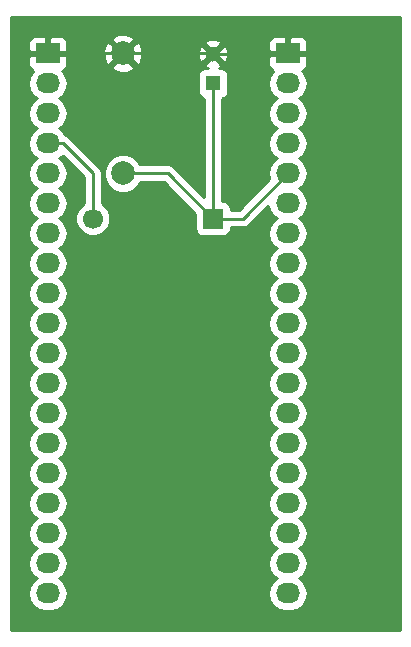
<source format=gbr>
G04 #@! TF.FileFunction,Copper,L1,Top,Signal*
%FSLAX46Y46*%
G04 Gerber Fmt 4.6, Leading zero omitted, Abs format (unit mm)*
G04 Created by KiCad (PCBNEW 4.0.3+e1-6302~38~ubuntu16.04.1-stable) date Thu Aug 11 13:54:06 2016*
%MOMM*%
%LPD*%
G01*
G04 APERTURE LIST*
%ADD10C,0.100000*%
%ADD11R,1.300000X1.300000*%
%ADD12C,1.300000*%
%ADD13C,1.699260*%
%ADD14R,1.699260X1.699260*%
%ADD15R,2.032000X1.727200*%
%ADD16O,2.032000X1.727200*%
%ADD17C,1.998980*%
%ADD18C,0.250000*%
%ADD19C,0.254000*%
G04 APERTURE END LIST*
D10*
D11*
X144780000Y-107950000D03*
D12*
X144780000Y-105450000D03*
D13*
X134619480Y-119382540D03*
D14*
X144779480Y-119382540D03*
D15*
X130810000Y-105410000D03*
D16*
X130810000Y-107950000D03*
X130810000Y-110490000D03*
X130810000Y-113030000D03*
X130810000Y-115570000D03*
X130810000Y-118110000D03*
X130810000Y-120650000D03*
X130810000Y-123190000D03*
X130810000Y-125730000D03*
X130810000Y-128270000D03*
X130810000Y-130810000D03*
X130810000Y-133350000D03*
X130810000Y-135890000D03*
X130810000Y-138430000D03*
X130810000Y-140970000D03*
X130810000Y-143510000D03*
X130810000Y-146050000D03*
X130810000Y-148590000D03*
X130810000Y-151130000D03*
D15*
X151130000Y-105410000D03*
D16*
X151130000Y-107950000D03*
X151130000Y-110490000D03*
X151130000Y-113030000D03*
X151130000Y-115570000D03*
X151130000Y-118110000D03*
X151130000Y-120650000D03*
X151130000Y-123190000D03*
X151130000Y-125730000D03*
X151130000Y-128270000D03*
X151130000Y-130810000D03*
X151130000Y-133350000D03*
X151130000Y-135890000D03*
X151130000Y-138430000D03*
X151130000Y-140970000D03*
X151130000Y-143510000D03*
X151130000Y-146050000D03*
X151130000Y-148590000D03*
X151130000Y-151130000D03*
D17*
X137160000Y-115570000D03*
X137160000Y-105410000D03*
D18*
X144779480Y-119382540D02*
X147317460Y-119382540D01*
X147317460Y-119382540D02*
X151130000Y-115570000D01*
X144779480Y-119382540D02*
X144779480Y-107950520D01*
X144779480Y-107950520D02*
X144780000Y-107950000D01*
X137160000Y-115570000D02*
X140966940Y-115570000D01*
X140966940Y-115570000D02*
X144779480Y-119382540D01*
X130810000Y-113030000D02*
X132080000Y-113030000D01*
X132080000Y-113030000D02*
X134619480Y-115569480D01*
X134619480Y-115569480D02*
X134619480Y-119382540D01*
X144780000Y-105450000D02*
X151090000Y-105450000D01*
X151090000Y-105450000D02*
X151130000Y-105410000D01*
X137160000Y-105410000D02*
X144740000Y-105410000D01*
X144740000Y-105410000D02*
X144780000Y-105450000D01*
X137160000Y-105410000D02*
X137200000Y-105450000D01*
X151090000Y-105450000D02*
X151130000Y-105410000D01*
X130810000Y-105410000D02*
X137160000Y-105410000D01*
D19*
G36*
X160580000Y-154230000D02*
X127710000Y-154230000D01*
X127710000Y-107950000D01*
X129126655Y-107950000D01*
X129240729Y-108523489D01*
X129565585Y-109009670D01*
X129880366Y-109220000D01*
X129565585Y-109430330D01*
X129240729Y-109916511D01*
X129126655Y-110490000D01*
X129240729Y-111063489D01*
X129565585Y-111549670D01*
X129880366Y-111760000D01*
X129565585Y-111970330D01*
X129240729Y-112456511D01*
X129126655Y-113030000D01*
X129240729Y-113603489D01*
X129565585Y-114089670D01*
X129880366Y-114300000D01*
X129565585Y-114510330D01*
X129240729Y-114996511D01*
X129126655Y-115570000D01*
X129240729Y-116143489D01*
X129565585Y-116629670D01*
X129880366Y-116840000D01*
X129565585Y-117050330D01*
X129240729Y-117536511D01*
X129126655Y-118110000D01*
X129240729Y-118683489D01*
X129565585Y-119169670D01*
X129880366Y-119380000D01*
X129565585Y-119590330D01*
X129240729Y-120076511D01*
X129126655Y-120650000D01*
X129240729Y-121223489D01*
X129565585Y-121709670D01*
X129880366Y-121920000D01*
X129565585Y-122130330D01*
X129240729Y-122616511D01*
X129126655Y-123190000D01*
X129240729Y-123763489D01*
X129565585Y-124249670D01*
X129880366Y-124460000D01*
X129565585Y-124670330D01*
X129240729Y-125156511D01*
X129126655Y-125730000D01*
X129240729Y-126303489D01*
X129565585Y-126789670D01*
X129880366Y-127000000D01*
X129565585Y-127210330D01*
X129240729Y-127696511D01*
X129126655Y-128270000D01*
X129240729Y-128843489D01*
X129565585Y-129329670D01*
X129880366Y-129540000D01*
X129565585Y-129750330D01*
X129240729Y-130236511D01*
X129126655Y-130810000D01*
X129240729Y-131383489D01*
X129565585Y-131869670D01*
X129880366Y-132080000D01*
X129565585Y-132290330D01*
X129240729Y-132776511D01*
X129126655Y-133350000D01*
X129240729Y-133923489D01*
X129565585Y-134409670D01*
X129880366Y-134620000D01*
X129565585Y-134830330D01*
X129240729Y-135316511D01*
X129126655Y-135890000D01*
X129240729Y-136463489D01*
X129565585Y-136949670D01*
X129880366Y-137160000D01*
X129565585Y-137370330D01*
X129240729Y-137856511D01*
X129126655Y-138430000D01*
X129240729Y-139003489D01*
X129565585Y-139489670D01*
X129880366Y-139700000D01*
X129565585Y-139910330D01*
X129240729Y-140396511D01*
X129126655Y-140970000D01*
X129240729Y-141543489D01*
X129565585Y-142029670D01*
X129880366Y-142240000D01*
X129565585Y-142450330D01*
X129240729Y-142936511D01*
X129126655Y-143510000D01*
X129240729Y-144083489D01*
X129565585Y-144569670D01*
X129880366Y-144780000D01*
X129565585Y-144990330D01*
X129240729Y-145476511D01*
X129126655Y-146050000D01*
X129240729Y-146623489D01*
X129565585Y-147109670D01*
X129880366Y-147320000D01*
X129565585Y-147530330D01*
X129240729Y-148016511D01*
X129126655Y-148590000D01*
X129240729Y-149163489D01*
X129565585Y-149649670D01*
X129880366Y-149860000D01*
X129565585Y-150070330D01*
X129240729Y-150556511D01*
X129126655Y-151130000D01*
X129240729Y-151703489D01*
X129565585Y-152189670D01*
X130051766Y-152514526D01*
X130625255Y-152628600D01*
X130994745Y-152628600D01*
X131568234Y-152514526D01*
X132054415Y-152189670D01*
X132379271Y-151703489D01*
X132493345Y-151130000D01*
X132379271Y-150556511D01*
X132054415Y-150070330D01*
X131739634Y-149860000D01*
X132054415Y-149649670D01*
X132379271Y-149163489D01*
X132493345Y-148590000D01*
X132379271Y-148016511D01*
X132054415Y-147530330D01*
X131739634Y-147320000D01*
X132054415Y-147109670D01*
X132379271Y-146623489D01*
X132493345Y-146050000D01*
X132379271Y-145476511D01*
X132054415Y-144990330D01*
X131739634Y-144780000D01*
X132054415Y-144569670D01*
X132379271Y-144083489D01*
X132493345Y-143510000D01*
X132379271Y-142936511D01*
X132054415Y-142450330D01*
X131739634Y-142240000D01*
X132054415Y-142029670D01*
X132379271Y-141543489D01*
X132493345Y-140970000D01*
X132379271Y-140396511D01*
X132054415Y-139910330D01*
X131739634Y-139700000D01*
X132054415Y-139489670D01*
X132379271Y-139003489D01*
X132493345Y-138430000D01*
X132379271Y-137856511D01*
X132054415Y-137370330D01*
X131739634Y-137160000D01*
X132054415Y-136949670D01*
X132379271Y-136463489D01*
X132493345Y-135890000D01*
X132379271Y-135316511D01*
X132054415Y-134830330D01*
X131739634Y-134620000D01*
X132054415Y-134409670D01*
X132379271Y-133923489D01*
X132493345Y-133350000D01*
X132379271Y-132776511D01*
X132054415Y-132290330D01*
X131739634Y-132080000D01*
X132054415Y-131869670D01*
X132379271Y-131383489D01*
X132493345Y-130810000D01*
X132379271Y-130236511D01*
X132054415Y-129750330D01*
X131739634Y-129540000D01*
X132054415Y-129329670D01*
X132379271Y-128843489D01*
X132493345Y-128270000D01*
X132379271Y-127696511D01*
X132054415Y-127210330D01*
X131739634Y-127000000D01*
X132054415Y-126789670D01*
X132379271Y-126303489D01*
X132493345Y-125730000D01*
X132379271Y-125156511D01*
X132054415Y-124670330D01*
X131739634Y-124460000D01*
X132054415Y-124249670D01*
X132379271Y-123763489D01*
X132493345Y-123190000D01*
X132379271Y-122616511D01*
X132054415Y-122130330D01*
X131739634Y-121920000D01*
X132054415Y-121709670D01*
X132379271Y-121223489D01*
X132493345Y-120650000D01*
X132379271Y-120076511D01*
X132054415Y-119590330D01*
X131739634Y-119380000D01*
X132054415Y-119169670D01*
X132379271Y-118683489D01*
X132493345Y-118110000D01*
X132379271Y-117536511D01*
X132054415Y-117050330D01*
X131739634Y-116840000D01*
X132054415Y-116629670D01*
X132379271Y-116143489D01*
X132493345Y-115570000D01*
X132379271Y-114996511D01*
X132054415Y-114510330D01*
X131739634Y-114300000D01*
X132054415Y-114089670D01*
X132058602Y-114083404D01*
X133859480Y-115884282D01*
X133859480Y-118090193D01*
X133779603Y-118123198D01*
X133361606Y-118540466D01*
X133135108Y-119085933D01*
X133134592Y-119676556D01*
X133360138Y-120222417D01*
X133777406Y-120640414D01*
X134322873Y-120866912D01*
X134913496Y-120867428D01*
X135459357Y-120641882D01*
X135877354Y-120224614D01*
X136103852Y-119679147D01*
X136104368Y-119088524D01*
X135878822Y-118542663D01*
X135461554Y-118124666D01*
X135379480Y-118090586D01*
X135379480Y-115893694D01*
X135525226Y-115893694D01*
X135773538Y-116494655D01*
X136232927Y-116954846D01*
X136833453Y-117204206D01*
X137483694Y-117204774D01*
X138084655Y-116956462D01*
X138544846Y-116497073D01*
X138614221Y-116330000D01*
X140652138Y-116330000D01*
X143282410Y-118960272D01*
X143282410Y-120232170D01*
X143326688Y-120467487D01*
X143465760Y-120683611D01*
X143677960Y-120828601D01*
X143929850Y-120879610D01*
X145629110Y-120879610D01*
X145864427Y-120835332D01*
X146080551Y-120696260D01*
X146225541Y-120484060D01*
X146276550Y-120232170D01*
X146276550Y-120142540D01*
X147317460Y-120142540D01*
X147608299Y-120084688D01*
X147854861Y-119919941D01*
X149482848Y-118291954D01*
X149560729Y-118683489D01*
X149885585Y-119169670D01*
X150200366Y-119380000D01*
X149885585Y-119590330D01*
X149560729Y-120076511D01*
X149446655Y-120650000D01*
X149560729Y-121223489D01*
X149885585Y-121709670D01*
X150200366Y-121920000D01*
X149885585Y-122130330D01*
X149560729Y-122616511D01*
X149446655Y-123190000D01*
X149560729Y-123763489D01*
X149885585Y-124249670D01*
X150200366Y-124460000D01*
X149885585Y-124670330D01*
X149560729Y-125156511D01*
X149446655Y-125730000D01*
X149560729Y-126303489D01*
X149885585Y-126789670D01*
X150200366Y-127000000D01*
X149885585Y-127210330D01*
X149560729Y-127696511D01*
X149446655Y-128270000D01*
X149560729Y-128843489D01*
X149885585Y-129329670D01*
X150200366Y-129540000D01*
X149885585Y-129750330D01*
X149560729Y-130236511D01*
X149446655Y-130810000D01*
X149560729Y-131383489D01*
X149885585Y-131869670D01*
X150200366Y-132080000D01*
X149885585Y-132290330D01*
X149560729Y-132776511D01*
X149446655Y-133350000D01*
X149560729Y-133923489D01*
X149885585Y-134409670D01*
X150200366Y-134620000D01*
X149885585Y-134830330D01*
X149560729Y-135316511D01*
X149446655Y-135890000D01*
X149560729Y-136463489D01*
X149885585Y-136949670D01*
X150200366Y-137160000D01*
X149885585Y-137370330D01*
X149560729Y-137856511D01*
X149446655Y-138430000D01*
X149560729Y-139003489D01*
X149885585Y-139489670D01*
X150200366Y-139700000D01*
X149885585Y-139910330D01*
X149560729Y-140396511D01*
X149446655Y-140970000D01*
X149560729Y-141543489D01*
X149885585Y-142029670D01*
X150200366Y-142240000D01*
X149885585Y-142450330D01*
X149560729Y-142936511D01*
X149446655Y-143510000D01*
X149560729Y-144083489D01*
X149885585Y-144569670D01*
X150200366Y-144780000D01*
X149885585Y-144990330D01*
X149560729Y-145476511D01*
X149446655Y-146050000D01*
X149560729Y-146623489D01*
X149885585Y-147109670D01*
X150200366Y-147320000D01*
X149885585Y-147530330D01*
X149560729Y-148016511D01*
X149446655Y-148590000D01*
X149560729Y-149163489D01*
X149885585Y-149649670D01*
X150200366Y-149860000D01*
X149885585Y-150070330D01*
X149560729Y-150556511D01*
X149446655Y-151130000D01*
X149560729Y-151703489D01*
X149885585Y-152189670D01*
X150371766Y-152514526D01*
X150945255Y-152628600D01*
X151314745Y-152628600D01*
X151888234Y-152514526D01*
X152374415Y-152189670D01*
X152699271Y-151703489D01*
X152813345Y-151130000D01*
X152699271Y-150556511D01*
X152374415Y-150070330D01*
X152059634Y-149860000D01*
X152374415Y-149649670D01*
X152699271Y-149163489D01*
X152813345Y-148590000D01*
X152699271Y-148016511D01*
X152374415Y-147530330D01*
X152059634Y-147320000D01*
X152374415Y-147109670D01*
X152699271Y-146623489D01*
X152813345Y-146050000D01*
X152699271Y-145476511D01*
X152374415Y-144990330D01*
X152059634Y-144780000D01*
X152374415Y-144569670D01*
X152699271Y-144083489D01*
X152813345Y-143510000D01*
X152699271Y-142936511D01*
X152374415Y-142450330D01*
X152059634Y-142240000D01*
X152374415Y-142029670D01*
X152699271Y-141543489D01*
X152813345Y-140970000D01*
X152699271Y-140396511D01*
X152374415Y-139910330D01*
X152059634Y-139700000D01*
X152374415Y-139489670D01*
X152699271Y-139003489D01*
X152813345Y-138430000D01*
X152699271Y-137856511D01*
X152374415Y-137370330D01*
X152059634Y-137160000D01*
X152374415Y-136949670D01*
X152699271Y-136463489D01*
X152813345Y-135890000D01*
X152699271Y-135316511D01*
X152374415Y-134830330D01*
X152059634Y-134620000D01*
X152374415Y-134409670D01*
X152699271Y-133923489D01*
X152813345Y-133350000D01*
X152699271Y-132776511D01*
X152374415Y-132290330D01*
X152059634Y-132080000D01*
X152374415Y-131869670D01*
X152699271Y-131383489D01*
X152813345Y-130810000D01*
X152699271Y-130236511D01*
X152374415Y-129750330D01*
X152059634Y-129540000D01*
X152374415Y-129329670D01*
X152699271Y-128843489D01*
X152813345Y-128270000D01*
X152699271Y-127696511D01*
X152374415Y-127210330D01*
X152059634Y-127000000D01*
X152374415Y-126789670D01*
X152699271Y-126303489D01*
X152813345Y-125730000D01*
X152699271Y-125156511D01*
X152374415Y-124670330D01*
X152059634Y-124460000D01*
X152374415Y-124249670D01*
X152699271Y-123763489D01*
X152813345Y-123190000D01*
X152699271Y-122616511D01*
X152374415Y-122130330D01*
X152059634Y-121920000D01*
X152374415Y-121709670D01*
X152699271Y-121223489D01*
X152813345Y-120650000D01*
X152699271Y-120076511D01*
X152374415Y-119590330D01*
X152059634Y-119380000D01*
X152374415Y-119169670D01*
X152699271Y-118683489D01*
X152813345Y-118110000D01*
X152699271Y-117536511D01*
X152374415Y-117050330D01*
X152059634Y-116840000D01*
X152374415Y-116629670D01*
X152699271Y-116143489D01*
X152813345Y-115570000D01*
X152699271Y-114996511D01*
X152374415Y-114510330D01*
X152059634Y-114300000D01*
X152374415Y-114089670D01*
X152699271Y-113603489D01*
X152813345Y-113030000D01*
X152699271Y-112456511D01*
X152374415Y-111970330D01*
X152059634Y-111760000D01*
X152374415Y-111549670D01*
X152699271Y-111063489D01*
X152813345Y-110490000D01*
X152699271Y-109916511D01*
X152374415Y-109430330D01*
X152059634Y-109220000D01*
X152374415Y-109009670D01*
X152699271Y-108523489D01*
X152813345Y-107950000D01*
X152699271Y-107376511D01*
X152374415Y-106890330D01*
X152352220Y-106875500D01*
X152505698Y-106811927D01*
X152684327Y-106633299D01*
X152781000Y-106399910D01*
X152781000Y-105695750D01*
X152622250Y-105537000D01*
X151257000Y-105537000D01*
X151257000Y-105557000D01*
X151003000Y-105557000D01*
X151003000Y-105537000D01*
X149637750Y-105537000D01*
X149479000Y-105695750D01*
X149479000Y-106399910D01*
X149575673Y-106633299D01*
X149754302Y-106811927D01*
X149907780Y-106875500D01*
X149885585Y-106890330D01*
X149560729Y-107376511D01*
X149446655Y-107950000D01*
X149560729Y-108523489D01*
X149885585Y-109009670D01*
X150200366Y-109220000D01*
X149885585Y-109430330D01*
X149560729Y-109916511D01*
X149446655Y-110490000D01*
X149560729Y-111063489D01*
X149885585Y-111549670D01*
X150200366Y-111760000D01*
X149885585Y-111970330D01*
X149560729Y-112456511D01*
X149446655Y-113030000D01*
X149560729Y-113603489D01*
X149885585Y-114089670D01*
X150200366Y-114300000D01*
X149885585Y-114510330D01*
X149560729Y-114996511D01*
X149446655Y-115570000D01*
X149547619Y-116077579D01*
X147002658Y-118622540D01*
X146276550Y-118622540D01*
X146276550Y-118532910D01*
X146232272Y-118297593D01*
X146093200Y-118081469D01*
X145881000Y-117936479D01*
X145629110Y-117885470D01*
X145539480Y-117885470D01*
X145539480Y-109226840D01*
X145665317Y-109203162D01*
X145881441Y-109064090D01*
X146026431Y-108851890D01*
X146077440Y-108600000D01*
X146077440Y-107300000D01*
X146033162Y-107064683D01*
X145894090Y-106848559D01*
X145681890Y-106703569D01*
X145430000Y-106652560D01*
X145267615Y-106652560D01*
X145443729Y-106579611D01*
X145499410Y-106349016D01*
X144780000Y-105629605D01*
X144060590Y-106349016D01*
X144116271Y-106579611D01*
X144325902Y-106652560D01*
X144130000Y-106652560D01*
X143894683Y-106696838D01*
X143678559Y-106835910D01*
X143533569Y-107048110D01*
X143482560Y-107300000D01*
X143482560Y-108600000D01*
X143526838Y-108835317D01*
X143665910Y-109051441D01*
X143878110Y-109196431D01*
X144019480Y-109225059D01*
X144019480Y-117547738D01*
X141504341Y-115032599D01*
X141257779Y-114867852D01*
X140966940Y-114810000D01*
X138614496Y-114810000D01*
X138546462Y-114645345D01*
X138087073Y-114185154D01*
X137486547Y-113935794D01*
X136836306Y-113935226D01*
X136235345Y-114183538D01*
X135775154Y-114642927D01*
X135525794Y-115243453D01*
X135525226Y-115893694D01*
X135379480Y-115893694D01*
X135379480Y-115569480D01*
X135321628Y-115278641D01*
X135156881Y-115032079D01*
X132617401Y-112492599D01*
X132370839Y-112327852D01*
X132281419Y-112310065D01*
X132054415Y-111970330D01*
X131739634Y-111760000D01*
X132054415Y-111549670D01*
X132379271Y-111063489D01*
X132493345Y-110490000D01*
X132379271Y-109916511D01*
X132054415Y-109430330D01*
X131739634Y-109220000D01*
X132054415Y-109009670D01*
X132379271Y-108523489D01*
X132493345Y-107950000D01*
X132379271Y-107376511D01*
X132054415Y-106890330D01*
X132032220Y-106875500D01*
X132185698Y-106811927D01*
X132364327Y-106633299D01*
X132393792Y-106562163D01*
X136187443Y-106562163D01*
X136286042Y-106828965D01*
X136895582Y-107055401D01*
X137545377Y-107031341D01*
X138033958Y-106828965D01*
X138132557Y-106562163D01*
X137160000Y-105589605D01*
X136187443Y-106562163D01*
X132393792Y-106562163D01*
X132461000Y-106399910D01*
X132461000Y-105695750D01*
X132302250Y-105537000D01*
X130937000Y-105537000D01*
X130937000Y-105557000D01*
X130683000Y-105557000D01*
X130683000Y-105537000D01*
X129317750Y-105537000D01*
X129159000Y-105695750D01*
X129159000Y-106399910D01*
X129255673Y-106633299D01*
X129434302Y-106811927D01*
X129587780Y-106875500D01*
X129565585Y-106890330D01*
X129240729Y-107376511D01*
X129126655Y-107950000D01*
X127710000Y-107950000D01*
X127710000Y-104420090D01*
X129159000Y-104420090D01*
X129159000Y-105124250D01*
X129317750Y-105283000D01*
X130683000Y-105283000D01*
X130683000Y-104070150D01*
X130937000Y-104070150D01*
X130937000Y-105283000D01*
X132302250Y-105283000D01*
X132439668Y-105145582D01*
X135514599Y-105145582D01*
X135538659Y-105795377D01*
X135741035Y-106283958D01*
X136007837Y-106382557D01*
X136980395Y-105410000D01*
X137339605Y-105410000D01*
X138312163Y-106382557D01*
X138578965Y-106283958D01*
X138805401Y-105674418D01*
X138790393Y-105269078D01*
X143482378Y-105269078D01*
X143511917Y-105779428D01*
X143650389Y-106113729D01*
X143880984Y-106169410D01*
X144600395Y-105450000D01*
X144959605Y-105450000D01*
X145679016Y-106169410D01*
X145909611Y-106113729D01*
X146077622Y-105630922D01*
X146048083Y-105120572D01*
X145909611Y-104786271D01*
X145679016Y-104730590D01*
X144959605Y-105450000D01*
X144600395Y-105450000D01*
X143880984Y-104730590D01*
X143650389Y-104786271D01*
X143482378Y-105269078D01*
X138790393Y-105269078D01*
X138781341Y-105024623D01*
X138585155Y-104550984D01*
X144060590Y-104550984D01*
X144780000Y-105270395D01*
X145499410Y-104550984D01*
X145467804Y-104420090D01*
X149479000Y-104420090D01*
X149479000Y-105124250D01*
X149637750Y-105283000D01*
X151003000Y-105283000D01*
X151003000Y-104070150D01*
X151257000Y-104070150D01*
X151257000Y-105283000D01*
X152622250Y-105283000D01*
X152781000Y-105124250D01*
X152781000Y-104420090D01*
X152684327Y-104186701D01*
X152505698Y-104008073D01*
X152272309Y-103911400D01*
X151415750Y-103911400D01*
X151257000Y-104070150D01*
X151003000Y-104070150D01*
X150844250Y-103911400D01*
X149987691Y-103911400D01*
X149754302Y-104008073D01*
X149575673Y-104186701D01*
X149479000Y-104420090D01*
X145467804Y-104420090D01*
X145443729Y-104320389D01*
X144960922Y-104152378D01*
X144450572Y-104181917D01*
X144116271Y-104320389D01*
X144060590Y-104550984D01*
X138585155Y-104550984D01*
X138578965Y-104536042D01*
X138312163Y-104437443D01*
X137339605Y-105410000D01*
X136980395Y-105410000D01*
X136007837Y-104437443D01*
X135741035Y-104536042D01*
X135514599Y-105145582D01*
X132439668Y-105145582D01*
X132461000Y-105124250D01*
X132461000Y-104420090D01*
X132393793Y-104257837D01*
X136187443Y-104257837D01*
X137160000Y-105230395D01*
X138132557Y-104257837D01*
X138033958Y-103991035D01*
X137424418Y-103764599D01*
X136774623Y-103788659D01*
X136286042Y-103991035D01*
X136187443Y-104257837D01*
X132393793Y-104257837D01*
X132364327Y-104186701D01*
X132185698Y-104008073D01*
X131952309Y-103911400D01*
X131095750Y-103911400D01*
X130937000Y-104070150D01*
X130683000Y-104070150D01*
X130524250Y-103911400D01*
X129667691Y-103911400D01*
X129434302Y-104008073D01*
X129255673Y-104186701D01*
X129159000Y-104420090D01*
X127710000Y-104420090D01*
X127710000Y-102310000D01*
X160580000Y-102310000D01*
X160580000Y-154230000D01*
X160580000Y-154230000D01*
G37*
X160580000Y-154230000D02*
X127710000Y-154230000D01*
X127710000Y-107950000D01*
X129126655Y-107950000D01*
X129240729Y-108523489D01*
X129565585Y-109009670D01*
X129880366Y-109220000D01*
X129565585Y-109430330D01*
X129240729Y-109916511D01*
X129126655Y-110490000D01*
X129240729Y-111063489D01*
X129565585Y-111549670D01*
X129880366Y-111760000D01*
X129565585Y-111970330D01*
X129240729Y-112456511D01*
X129126655Y-113030000D01*
X129240729Y-113603489D01*
X129565585Y-114089670D01*
X129880366Y-114300000D01*
X129565585Y-114510330D01*
X129240729Y-114996511D01*
X129126655Y-115570000D01*
X129240729Y-116143489D01*
X129565585Y-116629670D01*
X129880366Y-116840000D01*
X129565585Y-117050330D01*
X129240729Y-117536511D01*
X129126655Y-118110000D01*
X129240729Y-118683489D01*
X129565585Y-119169670D01*
X129880366Y-119380000D01*
X129565585Y-119590330D01*
X129240729Y-120076511D01*
X129126655Y-120650000D01*
X129240729Y-121223489D01*
X129565585Y-121709670D01*
X129880366Y-121920000D01*
X129565585Y-122130330D01*
X129240729Y-122616511D01*
X129126655Y-123190000D01*
X129240729Y-123763489D01*
X129565585Y-124249670D01*
X129880366Y-124460000D01*
X129565585Y-124670330D01*
X129240729Y-125156511D01*
X129126655Y-125730000D01*
X129240729Y-126303489D01*
X129565585Y-126789670D01*
X129880366Y-127000000D01*
X129565585Y-127210330D01*
X129240729Y-127696511D01*
X129126655Y-128270000D01*
X129240729Y-128843489D01*
X129565585Y-129329670D01*
X129880366Y-129540000D01*
X129565585Y-129750330D01*
X129240729Y-130236511D01*
X129126655Y-130810000D01*
X129240729Y-131383489D01*
X129565585Y-131869670D01*
X129880366Y-132080000D01*
X129565585Y-132290330D01*
X129240729Y-132776511D01*
X129126655Y-133350000D01*
X129240729Y-133923489D01*
X129565585Y-134409670D01*
X129880366Y-134620000D01*
X129565585Y-134830330D01*
X129240729Y-135316511D01*
X129126655Y-135890000D01*
X129240729Y-136463489D01*
X129565585Y-136949670D01*
X129880366Y-137160000D01*
X129565585Y-137370330D01*
X129240729Y-137856511D01*
X129126655Y-138430000D01*
X129240729Y-139003489D01*
X129565585Y-139489670D01*
X129880366Y-139700000D01*
X129565585Y-139910330D01*
X129240729Y-140396511D01*
X129126655Y-140970000D01*
X129240729Y-141543489D01*
X129565585Y-142029670D01*
X129880366Y-142240000D01*
X129565585Y-142450330D01*
X129240729Y-142936511D01*
X129126655Y-143510000D01*
X129240729Y-144083489D01*
X129565585Y-144569670D01*
X129880366Y-144780000D01*
X129565585Y-144990330D01*
X129240729Y-145476511D01*
X129126655Y-146050000D01*
X129240729Y-146623489D01*
X129565585Y-147109670D01*
X129880366Y-147320000D01*
X129565585Y-147530330D01*
X129240729Y-148016511D01*
X129126655Y-148590000D01*
X129240729Y-149163489D01*
X129565585Y-149649670D01*
X129880366Y-149860000D01*
X129565585Y-150070330D01*
X129240729Y-150556511D01*
X129126655Y-151130000D01*
X129240729Y-151703489D01*
X129565585Y-152189670D01*
X130051766Y-152514526D01*
X130625255Y-152628600D01*
X130994745Y-152628600D01*
X131568234Y-152514526D01*
X132054415Y-152189670D01*
X132379271Y-151703489D01*
X132493345Y-151130000D01*
X132379271Y-150556511D01*
X132054415Y-150070330D01*
X131739634Y-149860000D01*
X132054415Y-149649670D01*
X132379271Y-149163489D01*
X132493345Y-148590000D01*
X132379271Y-148016511D01*
X132054415Y-147530330D01*
X131739634Y-147320000D01*
X132054415Y-147109670D01*
X132379271Y-146623489D01*
X132493345Y-146050000D01*
X132379271Y-145476511D01*
X132054415Y-144990330D01*
X131739634Y-144780000D01*
X132054415Y-144569670D01*
X132379271Y-144083489D01*
X132493345Y-143510000D01*
X132379271Y-142936511D01*
X132054415Y-142450330D01*
X131739634Y-142240000D01*
X132054415Y-142029670D01*
X132379271Y-141543489D01*
X132493345Y-140970000D01*
X132379271Y-140396511D01*
X132054415Y-139910330D01*
X131739634Y-139700000D01*
X132054415Y-139489670D01*
X132379271Y-139003489D01*
X132493345Y-138430000D01*
X132379271Y-137856511D01*
X132054415Y-137370330D01*
X131739634Y-137160000D01*
X132054415Y-136949670D01*
X132379271Y-136463489D01*
X132493345Y-135890000D01*
X132379271Y-135316511D01*
X132054415Y-134830330D01*
X131739634Y-134620000D01*
X132054415Y-134409670D01*
X132379271Y-133923489D01*
X132493345Y-133350000D01*
X132379271Y-132776511D01*
X132054415Y-132290330D01*
X131739634Y-132080000D01*
X132054415Y-131869670D01*
X132379271Y-131383489D01*
X132493345Y-130810000D01*
X132379271Y-130236511D01*
X132054415Y-129750330D01*
X131739634Y-129540000D01*
X132054415Y-129329670D01*
X132379271Y-128843489D01*
X132493345Y-128270000D01*
X132379271Y-127696511D01*
X132054415Y-127210330D01*
X131739634Y-127000000D01*
X132054415Y-126789670D01*
X132379271Y-126303489D01*
X132493345Y-125730000D01*
X132379271Y-125156511D01*
X132054415Y-124670330D01*
X131739634Y-124460000D01*
X132054415Y-124249670D01*
X132379271Y-123763489D01*
X132493345Y-123190000D01*
X132379271Y-122616511D01*
X132054415Y-122130330D01*
X131739634Y-121920000D01*
X132054415Y-121709670D01*
X132379271Y-121223489D01*
X132493345Y-120650000D01*
X132379271Y-120076511D01*
X132054415Y-119590330D01*
X131739634Y-119380000D01*
X132054415Y-119169670D01*
X132379271Y-118683489D01*
X132493345Y-118110000D01*
X132379271Y-117536511D01*
X132054415Y-117050330D01*
X131739634Y-116840000D01*
X132054415Y-116629670D01*
X132379271Y-116143489D01*
X132493345Y-115570000D01*
X132379271Y-114996511D01*
X132054415Y-114510330D01*
X131739634Y-114300000D01*
X132054415Y-114089670D01*
X132058602Y-114083404D01*
X133859480Y-115884282D01*
X133859480Y-118090193D01*
X133779603Y-118123198D01*
X133361606Y-118540466D01*
X133135108Y-119085933D01*
X133134592Y-119676556D01*
X133360138Y-120222417D01*
X133777406Y-120640414D01*
X134322873Y-120866912D01*
X134913496Y-120867428D01*
X135459357Y-120641882D01*
X135877354Y-120224614D01*
X136103852Y-119679147D01*
X136104368Y-119088524D01*
X135878822Y-118542663D01*
X135461554Y-118124666D01*
X135379480Y-118090586D01*
X135379480Y-115893694D01*
X135525226Y-115893694D01*
X135773538Y-116494655D01*
X136232927Y-116954846D01*
X136833453Y-117204206D01*
X137483694Y-117204774D01*
X138084655Y-116956462D01*
X138544846Y-116497073D01*
X138614221Y-116330000D01*
X140652138Y-116330000D01*
X143282410Y-118960272D01*
X143282410Y-120232170D01*
X143326688Y-120467487D01*
X143465760Y-120683611D01*
X143677960Y-120828601D01*
X143929850Y-120879610D01*
X145629110Y-120879610D01*
X145864427Y-120835332D01*
X146080551Y-120696260D01*
X146225541Y-120484060D01*
X146276550Y-120232170D01*
X146276550Y-120142540D01*
X147317460Y-120142540D01*
X147608299Y-120084688D01*
X147854861Y-119919941D01*
X149482848Y-118291954D01*
X149560729Y-118683489D01*
X149885585Y-119169670D01*
X150200366Y-119380000D01*
X149885585Y-119590330D01*
X149560729Y-120076511D01*
X149446655Y-120650000D01*
X149560729Y-121223489D01*
X149885585Y-121709670D01*
X150200366Y-121920000D01*
X149885585Y-122130330D01*
X149560729Y-122616511D01*
X149446655Y-123190000D01*
X149560729Y-123763489D01*
X149885585Y-124249670D01*
X150200366Y-124460000D01*
X149885585Y-124670330D01*
X149560729Y-125156511D01*
X149446655Y-125730000D01*
X149560729Y-126303489D01*
X149885585Y-126789670D01*
X150200366Y-127000000D01*
X149885585Y-127210330D01*
X149560729Y-127696511D01*
X149446655Y-128270000D01*
X149560729Y-128843489D01*
X149885585Y-129329670D01*
X150200366Y-129540000D01*
X149885585Y-129750330D01*
X149560729Y-130236511D01*
X149446655Y-130810000D01*
X149560729Y-131383489D01*
X149885585Y-131869670D01*
X150200366Y-132080000D01*
X149885585Y-132290330D01*
X149560729Y-132776511D01*
X149446655Y-133350000D01*
X149560729Y-133923489D01*
X149885585Y-134409670D01*
X150200366Y-134620000D01*
X149885585Y-134830330D01*
X149560729Y-135316511D01*
X149446655Y-135890000D01*
X149560729Y-136463489D01*
X149885585Y-136949670D01*
X150200366Y-137160000D01*
X149885585Y-137370330D01*
X149560729Y-137856511D01*
X149446655Y-138430000D01*
X149560729Y-139003489D01*
X149885585Y-139489670D01*
X150200366Y-139700000D01*
X149885585Y-139910330D01*
X149560729Y-140396511D01*
X149446655Y-140970000D01*
X149560729Y-141543489D01*
X149885585Y-142029670D01*
X150200366Y-142240000D01*
X149885585Y-142450330D01*
X149560729Y-142936511D01*
X149446655Y-143510000D01*
X149560729Y-144083489D01*
X149885585Y-144569670D01*
X150200366Y-144780000D01*
X149885585Y-144990330D01*
X149560729Y-145476511D01*
X149446655Y-146050000D01*
X149560729Y-146623489D01*
X149885585Y-147109670D01*
X150200366Y-147320000D01*
X149885585Y-147530330D01*
X149560729Y-148016511D01*
X149446655Y-148590000D01*
X149560729Y-149163489D01*
X149885585Y-149649670D01*
X150200366Y-149860000D01*
X149885585Y-150070330D01*
X149560729Y-150556511D01*
X149446655Y-151130000D01*
X149560729Y-151703489D01*
X149885585Y-152189670D01*
X150371766Y-152514526D01*
X150945255Y-152628600D01*
X151314745Y-152628600D01*
X151888234Y-152514526D01*
X152374415Y-152189670D01*
X152699271Y-151703489D01*
X152813345Y-151130000D01*
X152699271Y-150556511D01*
X152374415Y-150070330D01*
X152059634Y-149860000D01*
X152374415Y-149649670D01*
X152699271Y-149163489D01*
X152813345Y-148590000D01*
X152699271Y-148016511D01*
X152374415Y-147530330D01*
X152059634Y-147320000D01*
X152374415Y-147109670D01*
X152699271Y-146623489D01*
X152813345Y-146050000D01*
X152699271Y-145476511D01*
X152374415Y-144990330D01*
X152059634Y-144780000D01*
X152374415Y-144569670D01*
X152699271Y-144083489D01*
X152813345Y-143510000D01*
X152699271Y-142936511D01*
X152374415Y-142450330D01*
X152059634Y-142240000D01*
X152374415Y-142029670D01*
X152699271Y-141543489D01*
X152813345Y-140970000D01*
X152699271Y-140396511D01*
X152374415Y-139910330D01*
X152059634Y-139700000D01*
X152374415Y-139489670D01*
X152699271Y-139003489D01*
X152813345Y-138430000D01*
X152699271Y-137856511D01*
X152374415Y-137370330D01*
X152059634Y-137160000D01*
X152374415Y-136949670D01*
X152699271Y-136463489D01*
X152813345Y-135890000D01*
X152699271Y-135316511D01*
X152374415Y-134830330D01*
X152059634Y-134620000D01*
X152374415Y-134409670D01*
X152699271Y-133923489D01*
X152813345Y-133350000D01*
X152699271Y-132776511D01*
X152374415Y-132290330D01*
X152059634Y-132080000D01*
X152374415Y-131869670D01*
X152699271Y-131383489D01*
X152813345Y-130810000D01*
X152699271Y-130236511D01*
X152374415Y-129750330D01*
X152059634Y-129540000D01*
X152374415Y-129329670D01*
X152699271Y-128843489D01*
X152813345Y-128270000D01*
X152699271Y-127696511D01*
X152374415Y-127210330D01*
X152059634Y-127000000D01*
X152374415Y-126789670D01*
X152699271Y-126303489D01*
X152813345Y-125730000D01*
X152699271Y-125156511D01*
X152374415Y-124670330D01*
X152059634Y-124460000D01*
X152374415Y-124249670D01*
X152699271Y-123763489D01*
X152813345Y-123190000D01*
X152699271Y-122616511D01*
X152374415Y-122130330D01*
X152059634Y-121920000D01*
X152374415Y-121709670D01*
X152699271Y-121223489D01*
X152813345Y-120650000D01*
X152699271Y-120076511D01*
X152374415Y-119590330D01*
X152059634Y-119380000D01*
X152374415Y-119169670D01*
X152699271Y-118683489D01*
X152813345Y-118110000D01*
X152699271Y-117536511D01*
X152374415Y-117050330D01*
X152059634Y-116840000D01*
X152374415Y-116629670D01*
X152699271Y-116143489D01*
X152813345Y-115570000D01*
X152699271Y-114996511D01*
X152374415Y-114510330D01*
X152059634Y-114300000D01*
X152374415Y-114089670D01*
X152699271Y-113603489D01*
X152813345Y-113030000D01*
X152699271Y-112456511D01*
X152374415Y-111970330D01*
X152059634Y-111760000D01*
X152374415Y-111549670D01*
X152699271Y-111063489D01*
X152813345Y-110490000D01*
X152699271Y-109916511D01*
X152374415Y-109430330D01*
X152059634Y-109220000D01*
X152374415Y-109009670D01*
X152699271Y-108523489D01*
X152813345Y-107950000D01*
X152699271Y-107376511D01*
X152374415Y-106890330D01*
X152352220Y-106875500D01*
X152505698Y-106811927D01*
X152684327Y-106633299D01*
X152781000Y-106399910D01*
X152781000Y-105695750D01*
X152622250Y-105537000D01*
X151257000Y-105537000D01*
X151257000Y-105557000D01*
X151003000Y-105557000D01*
X151003000Y-105537000D01*
X149637750Y-105537000D01*
X149479000Y-105695750D01*
X149479000Y-106399910D01*
X149575673Y-106633299D01*
X149754302Y-106811927D01*
X149907780Y-106875500D01*
X149885585Y-106890330D01*
X149560729Y-107376511D01*
X149446655Y-107950000D01*
X149560729Y-108523489D01*
X149885585Y-109009670D01*
X150200366Y-109220000D01*
X149885585Y-109430330D01*
X149560729Y-109916511D01*
X149446655Y-110490000D01*
X149560729Y-111063489D01*
X149885585Y-111549670D01*
X150200366Y-111760000D01*
X149885585Y-111970330D01*
X149560729Y-112456511D01*
X149446655Y-113030000D01*
X149560729Y-113603489D01*
X149885585Y-114089670D01*
X150200366Y-114300000D01*
X149885585Y-114510330D01*
X149560729Y-114996511D01*
X149446655Y-115570000D01*
X149547619Y-116077579D01*
X147002658Y-118622540D01*
X146276550Y-118622540D01*
X146276550Y-118532910D01*
X146232272Y-118297593D01*
X146093200Y-118081469D01*
X145881000Y-117936479D01*
X145629110Y-117885470D01*
X145539480Y-117885470D01*
X145539480Y-109226840D01*
X145665317Y-109203162D01*
X145881441Y-109064090D01*
X146026431Y-108851890D01*
X146077440Y-108600000D01*
X146077440Y-107300000D01*
X146033162Y-107064683D01*
X145894090Y-106848559D01*
X145681890Y-106703569D01*
X145430000Y-106652560D01*
X145267615Y-106652560D01*
X145443729Y-106579611D01*
X145499410Y-106349016D01*
X144780000Y-105629605D01*
X144060590Y-106349016D01*
X144116271Y-106579611D01*
X144325902Y-106652560D01*
X144130000Y-106652560D01*
X143894683Y-106696838D01*
X143678559Y-106835910D01*
X143533569Y-107048110D01*
X143482560Y-107300000D01*
X143482560Y-108600000D01*
X143526838Y-108835317D01*
X143665910Y-109051441D01*
X143878110Y-109196431D01*
X144019480Y-109225059D01*
X144019480Y-117547738D01*
X141504341Y-115032599D01*
X141257779Y-114867852D01*
X140966940Y-114810000D01*
X138614496Y-114810000D01*
X138546462Y-114645345D01*
X138087073Y-114185154D01*
X137486547Y-113935794D01*
X136836306Y-113935226D01*
X136235345Y-114183538D01*
X135775154Y-114642927D01*
X135525794Y-115243453D01*
X135525226Y-115893694D01*
X135379480Y-115893694D01*
X135379480Y-115569480D01*
X135321628Y-115278641D01*
X135156881Y-115032079D01*
X132617401Y-112492599D01*
X132370839Y-112327852D01*
X132281419Y-112310065D01*
X132054415Y-111970330D01*
X131739634Y-111760000D01*
X132054415Y-111549670D01*
X132379271Y-111063489D01*
X132493345Y-110490000D01*
X132379271Y-109916511D01*
X132054415Y-109430330D01*
X131739634Y-109220000D01*
X132054415Y-109009670D01*
X132379271Y-108523489D01*
X132493345Y-107950000D01*
X132379271Y-107376511D01*
X132054415Y-106890330D01*
X132032220Y-106875500D01*
X132185698Y-106811927D01*
X132364327Y-106633299D01*
X132393792Y-106562163D01*
X136187443Y-106562163D01*
X136286042Y-106828965D01*
X136895582Y-107055401D01*
X137545377Y-107031341D01*
X138033958Y-106828965D01*
X138132557Y-106562163D01*
X137160000Y-105589605D01*
X136187443Y-106562163D01*
X132393792Y-106562163D01*
X132461000Y-106399910D01*
X132461000Y-105695750D01*
X132302250Y-105537000D01*
X130937000Y-105537000D01*
X130937000Y-105557000D01*
X130683000Y-105557000D01*
X130683000Y-105537000D01*
X129317750Y-105537000D01*
X129159000Y-105695750D01*
X129159000Y-106399910D01*
X129255673Y-106633299D01*
X129434302Y-106811927D01*
X129587780Y-106875500D01*
X129565585Y-106890330D01*
X129240729Y-107376511D01*
X129126655Y-107950000D01*
X127710000Y-107950000D01*
X127710000Y-104420090D01*
X129159000Y-104420090D01*
X129159000Y-105124250D01*
X129317750Y-105283000D01*
X130683000Y-105283000D01*
X130683000Y-104070150D01*
X130937000Y-104070150D01*
X130937000Y-105283000D01*
X132302250Y-105283000D01*
X132439668Y-105145582D01*
X135514599Y-105145582D01*
X135538659Y-105795377D01*
X135741035Y-106283958D01*
X136007837Y-106382557D01*
X136980395Y-105410000D01*
X137339605Y-105410000D01*
X138312163Y-106382557D01*
X138578965Y-106283958D01*
X138805401Y-105674418D01*
X138790393Y-105269078D01*
X143482378Y-105269078D01*
X143511917Y-105779428D01*
X143650389Y-106113729D01*
X143880984Y-106169410D01*
X144600395Y-105450000D01*
X144959605Y-105450000D01*
X145679016Y-106169410D01*
X145909611Y-106113729D01*
X146077622Y-105630922D01*
X146048083Y-105120572D01*
X145909611Y-104786271D01*
X145679016Y-104730590D01*
X144959605Y-105450000D01*
X144600395Y-105450000D01*
X143880984Y-104730590D01*
X143650389Y-104786271D01*
X143482378Y-105269078D01*
X138790393Y-105269078D01*
X138781341Y-105024623D01*
X138585155Y-104550984D01*
X144060590Y-104550984D01*
X144780000Y-105270395D01*
X145499410Y-104550984D01*
X145467804Y-104420090D01*
X149479000Y-104420090D01*
X149479000Y-105124250D01*
X149637750Y-105283000D01*
X151003000Y-105283000D01*
X151003000Y-104070150D01*
X151257000Y-104070150D01*
X151257000Y-105283000D01*
X152622250Y-105283000D01*
X152781000Y-105124250D01*
X152781000Y-104420090D01*
X152684327Y-104186701D01*
X152505698Y-104008073D01*
X152272309Y-103911400D01*
X151415750Y-103911400D01*
X151257000Y-104070150D01*
X151003000Y-104070150D01*
X150844250Y-103911400D01*
X149987691Y-103911400D01*
X149754302Y-104008073D01*
X149575673Y-104186701D01*
X149479000Y-104420090D01*
X145467804Y-104420090D01*
X145443729Y-104320389D01*
X144960922Y-104152378D01*
X144450572Y-104181917D01*
X144116271Y-104320389D01*
X144060590Y-104550984D01*
X138585155Y-104550984D01*
X138578965Y-104536042D01*
X138312163Y-104437443D01*
X137339605Y-105410000D01*
X136980395Y-105410000D01*
X136007837Y-104437443D01*
X135741035Y-104536042D01*
X135514599Y-105145582D01*
X132439668Y-105145582D01*
X132461000Y-105124250D01*
X132461000Y-104420090D01*
X132393793Y-104257837D01*
X136187443Y-104257837D01*
X137160000Y-105230395D01*
X138132557Y-104257837D01*
X138033958Y-103991035D01*
X137424418Y-103764599D01*
X136774623Y-103788659D01*
X136286042Y-103991035D01*
X136187443Y-104257837D01*
X132393793Y-104257837D01*
X132364327Y-104186701D01*
X132185698Y-104008073D01*
X131952309Y-103911400D01*
X131095750Y-103911400D01*
X130937000Y-104070150D01*
X130683000Y-104070150D01*
X130524250Y-103911400D01*
X129667691Y-103911400D01*
X129434302Y-104008073D01*
X129255673Y-104186701D01*
X129159000Y-104420090D01*
X127710000Y-104420090D01*
X127710000Y-102310000D01*
X160580000Y-102310000D01*
X160580000Y-154230000D01*
M02*

</source>
